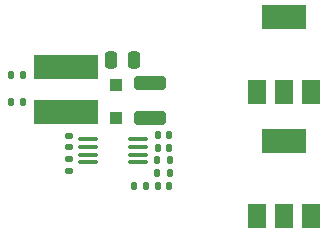
<source format=gbr>
%TF.GenerationSoftware,KiCad,Pcbnew,5.99.0-unknown-881cb3182b~117~ubuntu18.04.1*%
%TF.CreationDate,2021-02-21T21:18:57+01:00*%
%TF.ProjectId,stanislao_nrf,7374616e-6973-46c6-916f-5f6e72662e6b,rev?*%
%TF.SameCoordinates,Original*%
%TF.FileFunction,Paste,Top*%
%TF.FilePolarity,Positive*%
%FSLAX46Y46*%
G04 Gerber Fmt 4.6, Leading zero omitted, Abs format (unit mm)*
G04 Created by KiCad (PCBNEW 5.99.0-unknown-881cb3182b~117~ubuntu18.04.1) date 2021-02-21 21:18:57*
%MOMM*%
%LPD*%
G01*
G04 APERTURE LIST*
G04 Aperture macros list*
%AMRoundRect*
0 Rectangle with rounded corners*
0 $1 Rounding radius*
0 $2 $3 $4 $5 $6 $7 $8 $9 X,Y pos of 4 corners*
0 Add a 4 corners polygon primitive as box body*
4,1,4,$2,$3,$4,$5,$6,$7,$8,$9,$2,$3,0*
0 Add four circle primitives for the rounded corners*
1,1,$1+$1,$2,$3*
1,1,$1+$1,$4,$5*
1,1,$1+$1,$6,$7*
1,1,$1+$1,$8,$9*
0 Add four rect primitives between the rounded corners*
20,1,$1+$1,$2,$3,$4,$5,0*
20,1,$1+$1,$4,$5,$6,$7,0*
20,1,$1+$1,$6,$7,$8,$9,0*
20,1,$1+$1,$8,$9,$2,$3,0*%
G04 Aperture macros list end*
%ADD10RoundRect,0.250000X-0.250000X-0.475000X0.250000X-0.475000X0.250000X0.475000X-0.250000X0.475000X0*%
%ADD11RoundRect,0.250000X1.100000X-0.325000X1.100000X0.325000X-1.100000X0.325000X-1.100000X-0.325000X0*%
%ADD12RoundRect,0.140000X0.140000X0.170000X-0.140000X0.170000X-0.140000X-0.170000X0.140000X-0.170000X0*%
%ADD13R,1.100000X1.100000*%
%ADD14RoundRect,0.135000X-0.185000X0.135000X-0.185000X-0.135000X0.185000X-0.135000X0.185000X0.135000X0*%
%ADD15R,5.500000X2.150000*%
%ADD16RoundRect,0.135000X0.135000X0.185000X-0.135000X0.185000X-0.135000X-0.185000X0.135000X-0.185000X0*%
%ADD17R,1.500000X2.000000*%
%ADD18R,3.800000X2.000000*%
%ADD19RoundRect,0.135000X-0.135000X-0.185000X0.135000X-0.185000X0.135000X0.185000X-0.135000X0.185000X0*%
%ADD20RoundRect,0.140000X0.170000X-0.140000X0.170000X0.140000X-0.170000X0.140000X-0.170000X-0.140000X0*%
%ADD21RoundRect,0.100000X-0.712500X-0.100000X0.712500X-0.100000X0.712500X0.100000X-0.712500X0.100000X0*%
%ADD22RoundRect,0.140000X-0.140000X-0.170000X0.140000X-0.170000X0.140000X0.170000X-0.140000X0.170000X0*%
G04 APERTURE END LIST*
D10*
%TO.C,C6*%
X86890000Y-65000000D03*
X88790000Y-65000000D03*
%TD*%
D11*
%TO.C,C1*%
X90140000Y-69875000D03*
X90140000Y-66925000D03*
%TD*%
D12*
%TO.C,C3*%
X91780000Y-72400000D03*
X90820000Y-72400000D03*
%TD*%
D13*
%TO.C,D1*%
X87290000Y-69900000D03*
X87290000Y-67100000D03*
%TD*%
D14*
%TO.C,R2*%
X83300000Y-73390000D03*
X83300000Y-74410000D03*
%TD*%
D15*
%TO.C,L1*%
X83040000Y-69375000D03*
X83040000Y-65525000D03*
%TD*%
D16*
%TO.C,R1*%
X91810000Y-73450000D03*
X90790000Y-73450000D03*
%TD*%
D17*
%TO.C,Q2*%
X99200000Y-78150000D03*
X101500000Y-78150000D03*
D18*
X101500000Y-71850000D03*
D17*
X103800000Y-78150000D03*
%TD*%
D19*
%TO.C,R3*%
X88790000Y-75650000D03*
X89810000Y-75650000D03*
%TD*%
D20*
%TO.C,C4*%
X83300000Y-72380000D03*
X83300000Y-71420000D03*
%TD*%
D17*
%TO.C,Q1*%
X99200000Y-67650000D03*
X101500000Y-67650000D03*
D18*
X101500000Y-61350000D03*
D17*
X103800000Y-67650000D03*
%TD*%
D16*
%TO.C,R5*%
X79410000Y-68550000D03*
X78390000Y-68550000D03*
%TD*%
D19*
%TO.C,R4*%
X90790000Y-74550000D03*
X91810000Y-74550000D03*
%TD*%
D21*
%TO.C,U2*%
X84937500Y-71675000D03*
X84937500Y-72325000D03*
X84937500Y-72975000D03*
X84937500Y-73625000D03*
X89162500Y-73625000D03*
X89162500Y-72975000D03*
X89162500Y-72325000D03*
X89162500Y-71675000D03*
%TD*%
D12*
%TO.C,C5*%
X91780000Y-75650000D03*
X90820000Y-75650000D03*
%TD*%
D22*
%TO.C,C2*%
X90820000Y-71350000D03*
X91780000Y-71350000D03*
%TD*%
%TO.C,C7*%
X78420000Y-66250000D03*
X79380000Y-66250000D03*
%TD*%
M02*

</source>
